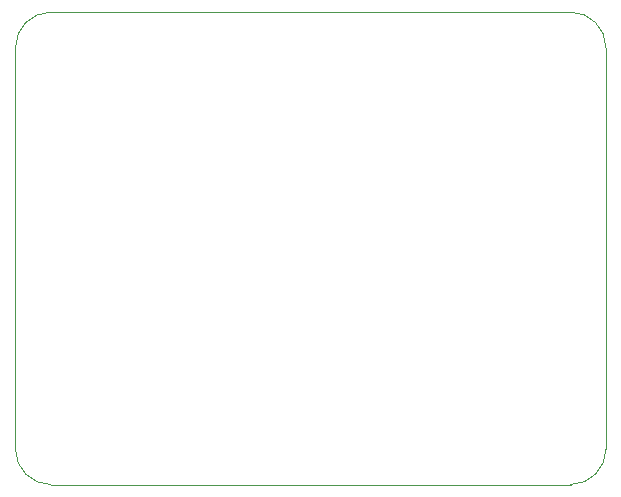
<source format=gm1>
G04 #@! TF.GenerationSoftware,KiCad,Pcbnew,(6.0.7)*
G04 #@! TF.CreationDate,2022-10-27T11:43:32+02:00*
G04 #@! TF.ProjectId,hydCircCon,68796443-6972-4634-936f-6e2e6b696361,rev?*
G04 #@! TF.SameCoordinates,Original*
G04 #@! TF.FileFunction,Profile,NP*
%FSLAX46Y46*%
G04 Gerber Fmt 4.6, Leading zero omitted, Abs format (unit mm)*
G04 Created by KiCad (PCBNEW (6.0.7)) date 2022-10-27 11:43:32*
%MOMM*%
%LPD*%
G01*
G04 APERTURE LIST*
G04 #@! TA.AperFunction,Profile*
%ADD10C,0.100000*%
G04 #@! TD*
G04 APERTURE END LIST*
D10*
X148250000Y-89500000D02*
X148250000Y-123500000D01*
X195250000Y-86500000D02*
X151250000Y-86500000D01*
X198250000Y-89500000D02*
X198250000Y-123500000D01*
X148250000Y-123500000D02*
G75*
G03*
X151250000Y-126500000I3000000J0D01*
G01*
X195250000Y-126500000D02*
G75*
G03*
X198250000Y-123500000I0J3000000D01*
G01*
X151250000Y-86500000D02*
G75*
G03*
X148250000Y-89500000I0J-3000000D01*
G01*
X198250000Y-89500000D02*
G75*
G03*
X195250000Y-86500000I-3000000J0D01*
G01*
X195250000Y-126500000D02*
X151250000Y-126500000D01*
M02*

</source>
